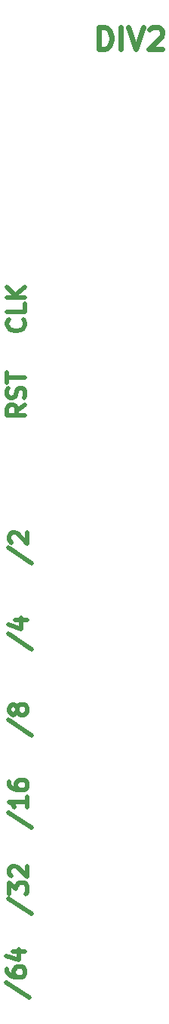
<source format=gts>
G04 #@! TF.GenerationSoftware,KiCad,Pcbnew,5.1.7-a382d34a8~87~ubuntu18.04.1*
G04 #@! TF.CreationDate,2021-01-14T14:18:25+00:00*
G04 #@! TF.ProjectId,divider-panel,64697669-6465-4722-9d70-616e656c2e6b,rev?*
G04 #@! TF.SameCoordinates,Original*
G04 #@! TF.FileFunction,Soldermask,Top*
G04 #@! TF.FilePolarity,Negative*
%FSLAX46Y46*%
G04 Gerber Fmt 4.6, Leading zero omitted, Abs format (unit mm)*
G04 Created by KiCad (PCBNEW 5.1.7-a382d34a8~87~ubuntu18.04.1) date 2021-01-14 14:18:25*
%MOMM*%
%LPD*%
G01*
G04 APERTURE LIST*
%ADD10C,0.625000*%
%ADD11C,0.500000*%
G04 APERTURE END LIST*
D10*
X116122095Y-43294952D02*
X116122095Y-40794952D01*
X116717333Y-40794952D01*
X117074476Y-40914000D01*
X117312571Y-41152095D01*
X117431619Y-41390190D01*
X117550666Y-41866380D01*
X117550666Y-42223523D01*
X117431619Y-42699714D01*
X117312571Y-42937809D01*
X117074476Y-43175904D01*
X116717333Y-43294952D01*
X116122095Y-43294952D01*
X118622095Y-43294952D02*
X118622095Y-40794952D01*
X119455428Y-40794952D02*
X120288761Y-43294952D01*
X121122095Y-40794952D01*
X121836380Y-41033047D02*
X121955428Y-40914000D01*
X122193523Y-40794952D01*
X122788761Y-40794952D01*
X123026857Y-40914000D01*
X123145904Y-41033047D01*
X123264952Y-41271142D01*
X123264952Y-41509238D01*
X123145904Y-41866380D01*
X121717333Y-43294952D01*
X123264952Y-43294952D01*
D11*
X105743523Y-147859619D02*
X108314952Y-149573904D01*
X105838761Y-146335809D02*
X105838761Y-146716761D01*
X105934000Y-146907238D01*
X106029238Y-147002476D01*
X106314952Y-147192952D01*
X106695904Y-147288190D01*
X107457809Y-147288190D01*
X107648285Y-147192952D01*
X107743523Y-147097714D01*
X107838761Y-146907238D01*
X107838761Y-146526285D01*
X107743523Y-146335809D01*
X107648285Y-146240571D01*
X107457809Y-146145333D01*
X106981619Y-146145333D01*
X106791142Y-146240571D01*
X106695904Y-146335809D01*
X106600666Y-146526285D01*
X106600666Y-146907238D01*
X106695904Y-147097714D01*
X106791142Y-147192952D01*
X106981619Y-147288190D01*
X106505428Y-144431047D02*
X107838761Y-144431047D01*
X105743523Y-144907238D02*
X107172095Y-145383428D01*
X107172095Y-144145333D01*
X105997523Y-138461619D02*
X108568952Y-140175904D01*
X106092761Y-137985428D02*
X106092761Y-136747333D01*
X106854666Y-137414000D01*
X106854666Y-137128285D01*
X106949904Y-136937809D01*
X107045142Y-136842571D01*
X107235619Y-136747333D01*
X107711809Y-136747333D01*
X107902285Y-136842571D01*
X107997523Y-136937809D01*
X108092761Y-137128285D01*
X108092761Y-137699714D01*
X107997523Y-137890190D01*
X107902285Y-137985428D01*
X106283238Y-135985428D02*
X106188000Y-135890190D01*
X106092761Y-135699714D01*
X106092761Y-135223523D01*
X106188000Y-135033047D01*
X106283238Y-134937809D01*
X106473714Y-134842571D01*
X106664190Y-134842571D01*
X106949904Y-134937809D01*
X108092761Y-136080666D01*
X108092761Y-134842571D01*
X105997523Y-128809619D02*
X108568952Y-130523904D01*
X108092761Y-127095333D02*
X108092761Y-128238190D01*
X108092761Y-127666761D02*
X106092761Y-127666761D01*
X106378476Y-127857238D01*
X106568952Y-128047714D01*
X106664190Y-128238190D01*
X106092761Y-125381047D02*
X106092761Y-125762000D01*
X106188000Y-125952476D01*
X106283238Y-126047714D01*
X106568952Y-126238190D01*
X106949904Y-126333428D01*
X107711809Y-126333428D01*
X107902285Y-126238190D01*
X107997523Y-126142952D01*
X108092761Y-125952476D01*
X108092761Y-125571523D01*
X107997523Y-125381047D01*
X107902285Y-125285809D01*
X107711809Y-125190571D01*
X107235619Y-125190571D01*
X107045142Y-125285809D01*
X106949904Y-125381047D01*
X106854666Y-125571523D01*
X106854666Y-125952476D01*
X106949904Y-126142952D01*
X107045142Y-126238190D01*
X107235619Y-126333428D01*
X105997523Y-118459238D02*
X108568952Y-120173523D01*
X106949904Y-117506857D02*
X106854666Y-117697333D01*
X106759428Y-117792571D01*
X106568952Y-117887809D01*
X106473714Y-117887809D01*
X106283238Y-117792571D01*
X106188000Y-117697333D01*
X106092761Y-117506857D01*
X106092761Y-117125904D01*
X106188000Y-116935428D01*
X106283238Y-116840190D01*
X106473714Y-116744952D01*
X106568952Y-116744952D01*
X106759428Y-116840190D01*
X106854666Y-116935428D01*
X106949904Y-117125904D01*
X106949904Y-117506857D01*
X107045142Y-117697333D01*
X107140380Y-117792571D01*
X107330857Y-117887809D01*
X107711809Y-117887809D01*
X107902285Y-117792571D01*
X107997523Y-117697333D01*
X108092761Y-117506857D01*
X108092761Y-117125904D01*
X107997523Y-116935428D01*
X107902285Y-116840190D01*
X107711809Y-116744952D01*
X107330857Y-116744952D01*
X107140380Y-116840190D01*
X107045142Y-116935428D01*
X106949904Y-117125904D01*
X105997523Y-108807238D02*
X108568952Y-110521523D01*
X106759428Y-107283428D02*
X108092761Y-107283428D01*
X105997523Y-107759619D02*
X107426095Y-108235809D01*
X107426095Y-106997714D01*
X105997523Y-99155238D02*
X108568952Y-100869523D01*
X106283238Y-98583809D02*
X106188000Y-98488571D01*
X106092761Y-98298095D01*
X106092761Y-97821904D01*
X106188000Y-97631428D01*
X106283238Y-97536190D01*
X106473714Y-97440952D01*
X106664190Y-97440952D01*
X106949904Y-97536190D01*
X108092761Y-98679047D01*
X108092761Y-97440952D01*
X107838761Y-83137238D02*
X106886380Y-83803904D01*
X107838761Y-84280095D02*
X105838761Y-84280095D01*
X105838761Y-83518190D01*
X105934000Y-83327714D01*
X106029238Y-83232476D01*
X106219714Y-83137238D01*
X106505428Y-83137238D01*
X106695904Y-83232476D01*
X106791142Y-83327714D01*
X106886380Y-83518190D01*
X106886380Y-84280095D01*
X107743523Y-82375333D02*
X107838761Y-82089619D01*
X107838761Y-81613428D01*
X107743523Y-81422952D01*
X107648285Y-81327714D01*
X107457809Y-81232476D01*
X107267333Y-81232476D01*
X107076857Y-81327714D01*
X106981619Y-81422952D01*
X106886380Y-81613428D01*
X106791142Y-81994380D01*
X106695904Y-82184857D01*
X106600666Y-82280095D01*
X106410190Y-82375333D01*
X106219714Y-82375333D01*
X106029238Y-82280095D01*
X105934000Y-82184857D01*
X105838761Y-81994380D01*
X105838761Y-81518190D01*
X105934000Y-81232476D01*
X105838761Y-80661047D02*
X105838761Y-79518190D01*
X107838761Y-80089619D02*
X105838761Y-80089619D01*
X107648285Y-73580476D02*
X107743523Y-73675714D01*
X107838761Y-73961428D01*
X107838761Y-74151904D01*
X107743523Y-74437619D01*
X107553047Y-74628095D01*
X107362571Y-74723333D01*
X106981619Y-74818571D01*
X106695904Y-74818571D01*
X106314952Y-74723333D01*
X106124476Y-74628095D01*
X105934000Y-74437619D01*
X105838761Y-74151904D01*
X105838761Y-73961428D01*
X105934000Y-73675714D01*
X106029238Y-73580476D01*
X107838761Y-71770952D02*
X107838761Y-72723333D01*
X105838761Y-72723333D01*
X107838761Y-71104285D02*
X105838761Y-71104285D01*
X107838761Y-69961428D02*
X106695904Y-70818571D01*
X105838761Y-69961428D02*
X106981619Y-71104285D01*
D10*
X116122095Y-43294952D02*
X116122095Y-40794952D01*
X116717333Y-40794952D01*
X117074476Y-40914000D01*
X117312571Y-41152095D01*
X117431619Y-41390190D01*
X117550666Y-41866380D01*
X117550666Y-42223523D01*
X117431619Y-42699714D01*
X117312571Y-42937809D01*
X117074476Y-43175904D01*
X116717333Y-43294952D01*
X116122095Y-43294952D01*
X118622095Y-43294952D02*
X118622095Y-40794952D01*
X119455428Y-40794952D02*
X120288761Y-43294952D01*
X121122095Y-40794952D01*
X121836380Y-41033047D02*
X121955428Y-40914000D01*
X122193523Y-40794952D01*
X122788761Y-40794952D01*
X123026857Y-40914000D01*
X123145904Y-41033047D01*
X123264952Y-41271142D01*
X123264952Y-41509238D01*
X123145904Y-41866380D01*
X121717333Y-43294952D01*
X123264952Y-43294952D01*
D11*
X105743523Y-147859619D02*
X108314952Y-149573904D01*
X105838761Y-146335809D02*
X105838761Y-146716761D01*
X105934000Y-146907238D01*
X106029238Y-147002476D01*
X106314952Y-147192952D01*
X106695904Y-147288190D01*
X107457809Y-147288190D01*
X107648285Y-147192952D01*
X107743523Y-147097714D01*
X107838761Y-146907238D01*
X107838761Y-146526285D01*
X107743523Y-146335809D01*
X107648285Y-146240571D01*
X107457809Y-146145333D01*
X106981619Y-146145333D01*
X106791142Y-146240571D01*
X106695904Y-146335809D01*
X106600666Y-146526285D01*
X106600666Y-146907238D01*
X106695904Y-147097714D01*
X106791142Y-147192952D01*
X106981619Y-147288190D01*
X106505428Y-144431047D02*
X107838761Y-144431047D01*
X105743523Y-144907238D02*
X107172095Y-145383428D01*
X107172095Y-144145333D01*
X105997523Y-138461619D02*
X108568952Y-140175904D01*
X106092761Y-137985428D02*
X106092761Y-136747333D01*
X106854666Y-137414000D01*
X106854666Y-137128285D01*
X106949904Y-136937809D01*
X107045142Y-136842571D01*
X107235619Y-136747333D01*
X107711809Y-136747333D01*
X107902285Y-136842571D01*
X107997523Y-136937809D01*
X108092761Y-137128285D01*
X108092761Y-137699714D01*
X107997523Y-137890190D01*
X107902285Y-137985428D01*
X106283238Y-135985428D02*
X106188000Y-135890190D01*
X106092761Y-135699714D01*
X106092761Y-135223523D01*
X106188000Y-135033047D01*
X106283238Y-134937809D01*
X106473714Y-134842571D01*
X106664190Y-134842571D01*
X106949904Y-134937809D01*
X108092761Y-136080666D01*
X108092761Y-134842571D01*
X105997523Y-128809619D02*
X108568952Y-130523904D01*
X108092761Y-127095333D02*
X108092761Y-128238190D01*
X108092761Y-127666761D02*
X106092761Y-127666761D01*
X106378476Y-127857238D01*
X106568952Y-128047714D01*
X106664190Y-128238190D01*
X106092761Y-125381047D02*
X106092761Y-125762000D01*
X106188000Y-125952476D01*
X106283238Y-126047714D01*
X106568952Y-126238190D01*
X106949904Y-126333428D01*
X107711809Y-126333428D01*
X107902285Y-126238190D01*
X107997523Y-126142952D01*
X108092761Y-125952476D01*
X108092761Y-125571523D01*
X107997523Y-125381047D01*
X107902285Y-125285809D01*
X107711809Y-125190571D01*
X107235619Y-125190571D01*
X107045142Y-125285809D01*
X106949904Y-125381047D01*
X106854666Y-125571523D01*
X106854666Y-125952476D01*
X106949904Y-126142952D01*
X107045142Y-126238190D01*
X107235619Y-126333428D01*
X105997523Y-118459238D02*
X108568952Y-120173523D01*
X106949904Y-117506857D02*
X106854666Y-117697333D01*
X106759428Y-117792571D01*
X106568952Y-117887809D01*
X106473714Y-117887809D01*
X106283238Y-117792571D01*
X106188000Y-117697333D01*
X106092761Y-117506857D01*
X106092761Y-117125904D01*
X106188000Y-116935428D01*
X106283238Y-116840190D01*
X106473714Y-116744952D01*
X106568952Y-116744952D01*
X106759428Y-116840190D01*
X106854666Y-116935428D01*
X106949904Y-117125904D01*
X106949904Y-117506857D01*
X107045142Y-117697333D01*
X107140380Y-117792571D01*
X107330857Y-117887809D01*
X107711809Y-117887809D01*
X107902285Y-117792571D01*
X107997523Y-117697333D01*
X108092761Y-117506857D01*
X108092761Y-117125904D01*
X107997523Y-116935428D01*
X107902285Y-116840190D01*
X107711809Y-116744952D01*
X107330857Y-116744952D01*
X107140380Y-116840190D01*
X107045142Y-116935428D01*
X106949904Y-117125904D01*
X105997523Y-108807238D02*
X108568952Y-110521523D01*
X106759428Y-107283428D02*
X108092761Y-107283428D01*
X105997523Y-107759619D02*
X107426095Y-108235809D01*
X107426095Y-106997714D01*
X105997523Y-99155238D02*
X108568952Y-100869523D01*
X106283238Y-98583809D02*
X106188000Y-98488571D01*
X106092761Y-98298095D01*
X106092761Y-97821904D01*
X106188000Y-97631428D01*
X106283238Y-97536190D01*
X106473714Y-97440952D01*
X106664190Y-97440952D01*
X106949904Y-97536190D01*
X108092761Y-98679047D01*
X108092761Y-97440952D01*
X107838761Y-83137238D02*
X106886380Y-83803904D01*
X107838761Y-84280095D02*
X105838761Y-84280095D01*
X105838761Y-83518190D01*
X105934000Y-83327714D01*
X106029238Y-83232476D01*
X106219714Y-83137238D01*
X106505428Y-83137238D01*
X106695904Y-83232476D01*
X106791142Y-83327714D01*
X106886380Y-83518190D01*
X106886380Y-84280095D01*
X107743523Y-82375333D02*
X107838761Y-82089619D01*
X107838761Y-81613428D01*
X107743523Y-81422952D01*
X107648285Y-81327714D01*
X107457809Y-81232476D01*
X107267333Y-81232476D01*
X107076857Y-81327714D01*
X106981619Y-81422952D01*
X106886380Y-81613428D01*
X106791142Y-81994380D01*
X106695904Y-82184857D01*
X106600666Y-82280095D01*
X106410190Y-82375333D01*
X106219714Y-82375333D01*
X106029238Y-82280095D01*
X105934000Y-82184857D01*
X105838761Y-81994380D01*
X105838761Y-81518190D01*
X105934000Y-81232476D01*
X105838761Y-80661047D02*
X105838761Y-79518190D01*
X107838761Y-80089619D02*
X105838761Y-80089619D01*
X107648285Y-73580476D02*
X107743523Y-73675714D01*
X107838761Y-73961428D01*
X107838761Y-74151904D01*
X107743523Y-74437619D01*
X107553047Y-74628095D01*
X107362571Y-74723333D01*
X106981619Y-74818571D01*
X106695904Y-74818571D01*
X106314952Y-74723333D01*
X106124476Y-74628095D01*
X105934000Y-74437619D01*
X105838761Y-74151904D01*
X105838761Y-73961428D01*
X105934000Y-73675714D01*
X106029238Y-73580476D01*
X107838761Y-71770952D02*
X107838761Y-72723333D01*
X105838761Y-72723333D01*
X107838761Y-71104285D02*
X105838761Y-71104285D01*
X107838761Y-69961428D02*
X106695904Y-70818571D01*
X105838761Y-69961428D02*
X106981619Y-71104285D01*
M02*

</source>
